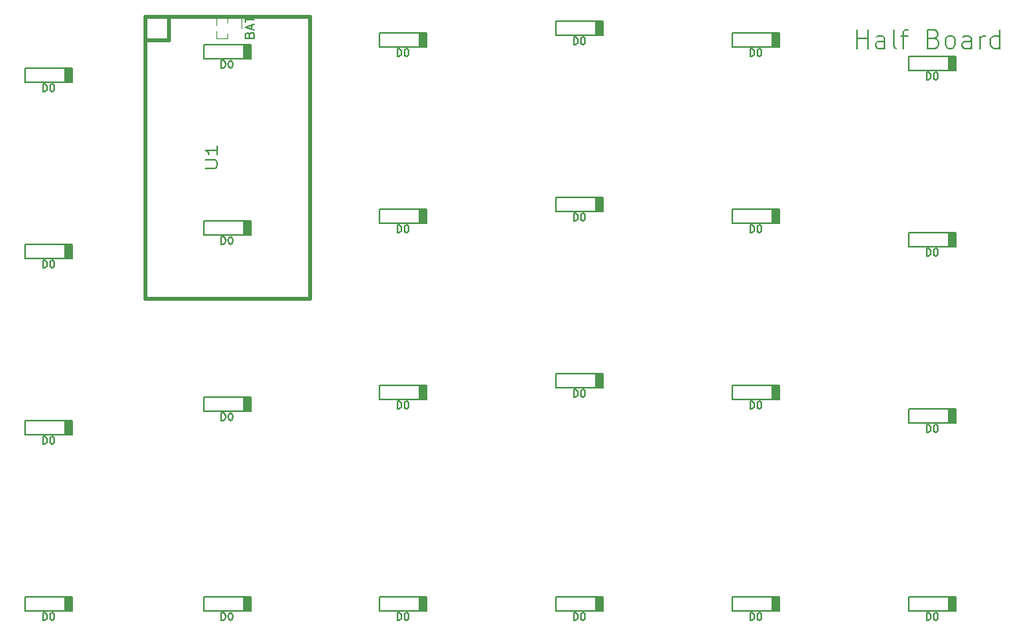
<source format=gbr>
%TF.GenerationSoftware,KiCad,Pcbnew,5.1.9*%
%TF.CreationDate,2021-01-06T03:20:38-06:00*%
%TF.ProjectId,halfboard,68616c66-626f-4617-9264-2e6b69636164,rev?*%
%TF.SameCoordinates,Original*%
%TF.FileFunction,Legend,Top*%
%TF.FilePolarity,Positive*%
%FSLAX46Y46*%
G04 Gerber Fmt 4.6, Leading zero omitted, Abs format (unit mm)*
G04 Created by KiCad (PCBNEW 5.1.9) date 2021-01-06 03:20:38*
%MOMM*%
%LPD*%
G01*
G04 APERTURE LIST*
%ADD10C,0.150000*%
%ADD11C,0.120000*%
%ADD12C,0.381000*%
%ADD13C,0.203200*%
G04 APERTURE END LIST*
D10*
X139653333Y-51704761D02*
X139653333Y-49704761D01*
X139653333Y-50657142D02*
X140796190Y-50657142D01*
X140796190Y-51704761D02*
X140796190Y-49704761D01*
X142605714Y-51704761D02*
X142605714Y-50657142D01*
X142510476Y-50466666D01*
X142320000Y-50371428D01*
X141939047Y-50371428D01*
X141748571Y-50466666D01*
X142605714Y-51609523D02*
X142415238Y-51704761D01*
X141939047Y-51704761D01*
X141748571Y-51609523D01*
X141653333Y-51419047D01*
X141653333Y-51228571D01*
X141748571Y-51038095D01*
X141939047Y-50942857D01*
X142415238Y-50942857D01*
X142605714Y-50847619D01*
X143843809Y-51704761D02*
X143653333Y-51609523D01*
X143558095Y-51419047D01*
X143558095Y-49704761D01*
X144320000Y-50371428D02*
X145081904Y-50371428D01*
X144605714Y-51704761D02*
X144605714Y-49990476D01*
X144700952Y-49800000D01*
X144891428Y-49704761D01*
X145081904Y-49704761D01*
X147939047Y-50657142D02*
X148224761Y-50752380D01*
X148320000Y-50847619D01*
X148415238Y-51038095D01*
X148415238Y-51323809D01*
X148320000Y-51514285D01*
X148224761Y-51609523D01*
X148034285Y-51704761D01*
X147272380Y-51704761D01*
X147272380Y-49704761D01*
X147939047Y-49704761D01*
X148129523Y-49800000D01*
X148224761Y-49895238D01*
X148320000Y-50085714D01*
X148320000Y-50276190D01*
X148224761Y-50466666D01*
X148129523Y-50561904D01*
X147939047Y-50657142D01*
X147272380Y-50657142D01*
X149558095Y-51704761D02*
X149367619Y-51609523D01*
X149272380Y-51514285D01*
X149177142Y-51323809D01*
X149177142Y-50752380D01*
X149272380Y-50561904D01*
X149367619Y-50466666D01*
X149558095Y-50371428D01*
X149843809Y-50371428D01*
X150034285Y-50466666D01*
X150129523Y-50561904D01*
X150224761Y-50752380D01*
X150224761Y-51323809D01*
X150129523Y-51514285D01*
X150034285Y-51609523D01*
X149843809Y-51704761D01*
X149558095Y-51704761D01*
X151939047Y-51704761D02*
X151939047Y-50657142D01*
X151843809Y-50466666D01*
X151653333Y-50371428D01*
X151272380Y-50371428D01*
X151081904Y-50466666D01*
X151939047Y-51609523D02*
X151748571Y-51704761D01*
X151272380Y-51704761D01*
X151081904Y-51609523D01*
X150986666Y-51419047D01*
X150986666Y-51228571D01*
X151081904Y-51038095D01*
X151272380Y-50942857D01*
X151748571Y-50942857D01*
X151939047Y-50847619D01*
X152891428Y-51704761D02*
X152891428Y-50371428D01*
X152891428Y-50752380D02*
X152986666Y-50561904D01*
X153081904Y-50466666D01*
X153272380Y-50371428D01*
X153462857Y-50371428D01*
X154986666Y-51704761D02*
X154986666Y-49704761D01*
X154986666Y-51609523D02*
X154796190Y-51704761D01*
X154415238Y-51704761D01*
X154224761Y-51609523D01*
X154129523Y-51514285D01*
X154034285Y-51323809D01*
X154034285Y-50752380D01*
X154129523Y-50561904D01*
X154224761Y-50466666D01*
X154415238Y-50371428D01*
X154796190Y-50371428D01*
X154986666Y-50466666D01*
D11*
%TO.C,BAT*%
X73150000Y-48420000D02*
X73150000Y-49530000D01*
X72390000Y-48420000D02*
X73150000Y-48420000D01*
X71630000Y-50093471D02*
X71630000Y-50640000D01*
X71630000Y-48420000D02*
X71630000Y-48966529D01*
X71630000Y-50640000D02*
X70425000Y-50640000D01*
X71630000Y-48420000D02*
X70425000Y-48420000D01*
X70425000Y-49837530D02*
X70425000Y-50640000D01*
X70425000Y-48420000D02*
X70425000Y-49222470D01*
D10*
%TO.C,D0*%
X145192303Y-54102000D02*
X150272303Y-54102000D01*
X150272303Y-54102000D02*
X150272303Y-52578000D01*
X150272303Y-52578000D02*
X145192303Y-52578000D01*
X145192303Y-52578000D02*
X145192303Y-54102000D01*
X145192303Y-54102000D02*
X145700303Y-54102000D01*
X149891303Y-54102000D02*
X149891303Y-52578000D01*
X150018303Y-52578000D02*
X150018303Y-54102000D01*
X150145303Y-54102000D02*
X150145303Y-52578000D01*
X149764303Y-52578000D02*
X149764303Y-54102000D01*
X149637303Y-54102000D02*
X149637303Y-52578000D01*
X149510303Y-54102000D02*
X149510303Y-52578000D01*
X145192303Y-73152000D02*
X150272303Y-73152000D01*
X150272303Y-73152000D02*
X150272303Y-71628000D01*
X150272303Y-71628000D02*
X145192303Y-71628000D01*
X145192303Y-71628000D02*
X145192303Y-73152000D01*
X145192303Y-73152000D02*
X145700303Y-73152000D01*
X149891303Y-73152000D02*
X149891303Y-71628000D01*
X150018303Y-71628000D02*
X150018303Y-73152000D01*
X150145303Y-73152000D02*
X150145303Y-71628000D01*
X149764303Y-71628000D02*
X149764303Y-73152000D01*
X149637303Y-73152000D02*
X149637303Y-71628000D01*
X149510303Y-73152000D02*
X149510303Y-71628000D01*
X145192303Y-92202000D02*
X150272303Y-92202000D01*
X150272303Y-92202000D02*
X150272303Y-90678000D01*
X150272303Y-90678000D02*
X145192303Y-90678000D01*
X145192303Y-90678000D02*
X145192303Y-92202000D01*
X145192303Y-92202000D02*
X145700303Y-92202000D01*
X149891303Y-92202000D02*
X149891303Y-90678000D01*
X150018303Y-90678000D02*
X150018303Y-92202000D01*
X150145303Y-92202000D02*
X150145303Y-90678000D01*
X149764303Y-90678000D02*
X149764303Y-92202000D01*
X149637303Y-92202000D02*
X149637303Y-90678000D01*
X149510303Y-92202000D02*
X149510303Y-90678000D01*
X145192303Y-112522000D02*
X150272303Y-112522000D01*
X150272303Y-112522000D02*
X150272303Y-110998000D01*
X150272303Y-110998000D02*
X145192303Y-110998000D01*
X145192303Y-110998000D02*
X145192303Y-112522000D01*
X145192303Y-112522000D02*
X145700303Y-112522000D01*
X149891303Y-112522000D02*
X149891303Y-110998000D01*
X150018303Y-110998000D02*
X150018303Y-112522000D01*
X150145303Y-112522000D02*
X150145303Y-110998000D01*
X149764303Y-110998000D02*
X149764303Y-112522000D01*
X149637303Y-112522000D02*
X149637303Y-110998000D01*
X149510303Y-112522000D02*
X149510303Y-110998000D01*
X126142303Y-112522000D02*
X131222303Y-112522000D01*
X131222303Y-112522000D02*
X131222303Y-110998000D01*
X131222303Y-110998000D02*
X126142303Y-110998000D01*
X126142303Y-110998000D02*
X126142303Y-112522000D01*
X126142303Y-112522000D02*
X126650303Y-112522000D01*
X130841303Y-112522000D02*
X130841303Y-110998000D01*
X130968303Y-110998000D02*
X130968303Y-112522000D01*
X131095303Y-112522000D02*
X131095303Y-110998000D01*
X130714303Y-110998000D02*
X130714303Y-112522000D01*
X130587303Y-112522000D02*
X130587303Y-110998000D01*
X130460303Y-112522000D02*
X130460303Y-110998000D01*
X107092303Y-112522000D02*
X112172303Y-112522000D01*
X112172303Y-112522000D02*
X112172303Y-110998000D01*
X112172303Y-110998000D02*
X107092303Y-110998000D01*
X107092303Y-110998000D02*
X107092303Y-112522000D01*
X107092303Y-112522000D02*
X107600303Y-112522000D01*
X111791303Y-112522000D02*
X111791303Y-110998000D01*
X111918303Y-110998000D02*
X111918303Y-112522000D01*
X112045303Y-112522000D02*
X112045303Y-110998000D01*
X111664303Y-110998000D02*
X111664303Y-112522000D01*
X111537303Y-112522000D02*
X111537303Y-110998000D01*
X111410303Y-112522000D02*
X111410303Y-110998000D01*
X88042303Y-112522000D02*
X93122303Y-112522000D01*
X93122303Y-112522000D02*
X93122303Y-110998000D01*
X93122303Y-110998000D02*
X88042303Y-110998000D01*
X88042303Y-110998000D02*
X88042303Y-112522000D01*
X88042303Y-112522000D02*
X88550303Y-112522000D01*
X92741303Y-112522000D02*
X92741303Y-110998000D01*
X92868303Y-110998000D02*
X92868303Y-112522000D01*
X92995303Y-112522000D02*
X92995303Y-110998000D01*
X92614303Y-110998000D02*
X92614303Y-112522000D01*
X92487303Y-112522000D02*
X92487303Y-110998000D01*
X92360303Y-112522000D02*
X92360303Y-110998000D01*
X126142303Y-89662000D02*
X131222303Y-89662000D01*
X131222303Y-89662000D02*
X131222303Y-88138000D01*
X131222303Y-88138000D02*
X126142303Y-88138000D01*
X126142303Y-88138000D02*
X126142303Y-89662000D01*
X126142303Y-89662000D02*
X126650303Y-89662000D01*
X130841303Y-89662000D02*
X130841303Y-88138000D01*
X130968303Y-88138000D02*
X130968303Y-89662000D01*
X131095303Y-89662000D02*
X131095303Y-88138000D01*
X130714303Y-88138000D02*
X130714303Y-89662000D01*
X130587303Y-89662000D02*
X130587303Y-88138000D01*
X130460303Y-89662000D02*
X130460303Y-88138000D01*
X126142303Y-70612000D02*
X131222303Y-70612000D01*
X131222303Y-70612000D02*
X131222303Y-69088000D01*
X131222303Y-69088000D02*
X126142303Y-69088000D01*
X126142303Y-69088000D02*
X126142303Y-70612000D01*
X126142303Y-70612000D02*
X126650303Y-70612000D01*
X130841303Y-70612000D02*
X130841303Y-69088000D01*
X130968303Y-69088000D02*
X130968303Y-70612000D01*
X131095303Y-70612000D02*
X131095303Y-69088000D01*
X130714303Y-69088000D02*
X130714303Y-70612000D01*
X130587303Y-70612000D02*
X130587303Y-69088000D01*
X130460303Y-70612000D02*
X130460303Y-69088000D01*
X126142303Y-51562000D02*
X131222303Y-51562000D01*
X131222303Y-51562000D02*
X131222303Y-50038000D01*
X131222303Y-50038000D02*
X126142303Y-50038000D01*
X126142303Y-50038000D02*
X126142303Y-51562000D01*
X126142303Y-51562000D02*
X126650303Y-51562000D01*
X130841303Y-51562000D02*
X130841303Y-50038000D01*
X130968303Y-50038000D02*
X130968303Y-51562000D01*
X131095303Y-51562000D02*
X131095303Y-50038000D01*
X130714303Y-50038000D02*
X130714303Y-51562000D01*
X130587303Y-51562000D02*
X130587303Y-50038000D01*
X130460303Y-51562000D02*
X130460303Y-50038000D01*
X107092303Y-50292000D02*
X112172303Y-50292000D01*
X112172303Y-50292000D02*
X112172303Y-48768000D01*
X112172303Y-48768000D02*
X107092303Y-48768000D01*
X107092303Y-48768000D02*
X107092303Y-50292000D01*
X107092303Y-50292000D02*
X107600303Y-50292000D01*
X111791303Y-50292000D02*
X111791303Y-48768000D01*
X111918303Y-48768000D02*
X111918303Y-50292000D01*
X112045303Y-50292000D02*
X112045303Y-48768000D01*
X111664303Y-48768000D02*
X111664303Y-50292000D01*
X111537303Y-50292000D02*
X111537303Y-48768000D01*
X111410303Y-50292000D02*
X111410303Y-48768000D01*
X107092303Y-69342000D02*
X112172303Y-69342000D01*
X112172303Y-69342000D02*
X112172303Y-67818000D01*
X112172303Y-67818000D02*
X107092303Y-67818000D01*
X107092303Y-67818000D02*
X107092303Y-69342000D01*
X107092303Y-69342000D02*
X107600303Y-69342000D01*
X111791303Y-69342000D02*
X111791303Y-67818000D01*
X111918303Y-67818000D02*
X111918303Y-69342000D01*
X112045303Y-69342000D02*
X112045303Y-67818000D01*
X111664303Y-67818000D02*
X111664303Y-69342000D01*
X111537303Y-69342000D02*
X111537303Y-67818000D01*
X111410303Y-69342000D02*
X111410303Y-67818000D01*
X107092303Y-88392000D02*
X112172303Y-88392000D01*
X112172303Y-88392000D02*
X112172303Y-86868000D01*
X112172303Y-86868000D02*
X107092303Y-86868000D01*
X107092303Y-86868000D02*
X107092303Y-88392000D01*
X107092303Y-88392000D02*
X107600303Y-88392000D01*
X111791303Y-88392000D02*
X111791303Y-86868000D01*
X111918303Y-86868000D02*
X111918303Y-88392000D01*
X112045303Y-88392000D02*
X112045303Y-86868000D01*
X111664303Y-86868000D02*
X111664303Y-88392000D01*
X111537303Y-88392000D02*
X111537303Y-86868000D01*
X111410303Y-88392000D02*
X111410303Y-86868000D01*
X88042303Y-89662000D02*
X93122303Y-89662000D01*
X93122303Y-89662000D02*
X93122303Y-88138000D01*
X93122303Y-88138000D02*
X88042303Y-88138000D01*
X88042303Y-88138000D02*
X88042303Y-89662000D01*
X88042303Y-89662000D02*
X88550303Y-89662000D01*
X92741303Y-89662000D02*
X92741303Y-88138000D01*
X92868303Y-88138000D02*
X92868303Y-89662000D01*
X92995303Y-89662000D02*
X92995303Y-88138000D01*
X92614303Y-88138000D02*
X92614303Y-89662000D01*
X92487303Y-89662000D02*
X92487303Y-88138000D01*
X92360303Y-89662000D02*
X92360303Y-88138000D01*
X88042303Y-70612000D02*
X93122303Y-70612000D01*
X93122303Y-70612000D02*
X93122303Y-69088000D01*
X93122303Y-69088000D02*
X88042303Y-69088000D01*
X88042303Y-69088000D02*
X88042303Y-70612000D01*
X88042303Y-70612000D02*
X88550303Y-70612000D01*
X92741303Y-70612000D02*
X92741303Y-69088000D01*
X92868303Y-69088000D02*
X92868303Y-70612000D01*
X92995303Y-70612000D02*
X92995303Y-69088000D01*
X92614303Y-69088000D02*
X92614303Y-70612000D01*
X92487303Y-70612000D02*
X92487303Y-69088000D01*
X92360303Y-70612000D02*
X92360303Y-69088000D01*
X88042303Y-51562000D02*
X93122303Y-51562000D01*
X93122303Y-51562000D02*
X93122303Y-50038000D01*
X93122303Y-50038000D02*
X88042303Y-50038000D01*
X88042303Y-50038000D02*
X88042303Y-51562000D01*
X88042303Y-51562000D02*
X88550303Y-51562000D01*
X92741303Y-51562000D02*
X92741303Y-50038000D01*
X92868303Y-50038000D02*
X92868303Y-51562000D01*
X92995303Y-51562000D02*
X92995303Y-50038000D01*
X92614303Y-50038000D02*
X92614303Y-51562000D01*
X92487303Y-51562000D02*
X92487303Y-50038000D01*
X92360303Y-51562000D02*
X92360303Y-50038000D01*
X69049231Y-52832000D02*
X74129231Y-52832000D01*
X74129231Y-52832000D02*
X74129231Y-51308000D01*
X74129231Y-51308000D02*
X69049231Y-51308000D01*
X69049231Y-51308000D02*
X69049231Y-52832000D01*
X69049231Y-52832000D02*
X69557231Y-52832000D01*
X73748231Y-52832000D02*
X73748231Y-51308000D01*
X73875231Y-51308000D02*
X73875231Y-52832000D01*
X74002231Y-52832000D02*
X74002231Y-51308000D01*
X73621231Y-51308000D02*
X73621231Y-52832000D01*
X73494231Y-52832000D02*
X73494231Y-51308000D01*
X73367231Y-52832000D02*
X73367231Y-51308000D01*
X69049231Y-71882000D02*
X74129231Y-71882000D01*
X74129231Y-71882000D02*
X74129231Y-70358000D01*
X74129231Y-70358000D02*
X69049231Y-70358000D01*
X69049231Y-70358000D02*
X69049231Y-71882000D01*
X69049231Y-71882000D02*
X69557231Y-71882000D01*
X73748231Y-71882000D02*
X73748231Y-70358000D01*
X73875231Y-70358000D02*
X73875231Y-71882000D01*
X74002231Y-71882000D02*
X74002231Y-70358000D01*
X73621231Y-70358000D02*
X73621231Y-71882000D01*
X73494231Y-71882000D02*
X73494231Y-70358000D01*
X73367231Y-71882000D02*
X73367231Y-70358000D01*
X69049231Y-90932000D02*
X74129231Y-90932000D01*
X74129231Y-90932000D02*
X74129231Y-89408000D01*
X74129231Y-89408000D02*
X69049231Y-89408000D01*
X69049231Y-89408000D02*
X69049231Y-90932000D01*
X69049231Y-90932000D02*
X69557231Y-90932000D01*
X73748231Y-90932000D02*
X73748231Y-89408000D01*
X73875231Y-89408000D02*
X73875231Y-90932000D01*
X74002231Y-90932000D02*
X74002231Y-89408000D01*
X73621231Y-89408000D02*
X73621231Y-90932000D01*
X73494231Y-90932000D02*
X73494231Y-89408000D01*
X73367231Y-90932000D02*
X73367231Y-89408000D01*
X69049231Y-112522000D02*
X74129231Y-112522000D01*
X74129231Y-112522000D02*
X74129231Y-110998000D01*
X74129231Y-110998000D02*
X69049231Y-110998000D01*
X69049231Y-110998000D02*
X69049231Y-112522000D01*
X69049231Y-112522000D02*
X69557231Y-112522000D01*
X73748231Y-112522000D02*
X73748231Y-110998000D01*
X73875231Y-110998000D02*
X73875231Y-112522000D01*
X74002231Y-112522000D02*
X74002231Y-110998000D01*
X73621231Y-110998000D02*
X73621231Y-112522000D01*
X73494231Y-112522000D02*
X73494231Y-110998000D01*
X73367231Y-112522000D02*
X73367231Y-110998000D01*
X49784000Y-112522000D02*
X54864000Y-112522000D01*
X54864000Y-112522000D02*
X54864000Y-110998000D01*
X54864000Y-110998000D02*
X49784000Y-110998000D01*
X49784000Y-110998000D02*
X49784000Y-112522000D01*
X49784000Y-112522000D02*
X50292000Y-112522000D01*
X54483000Y-112522000D02*
X54483000Y-110998000D01*
X54610000Y-110998000D02*
X54610000Y-112522000D01*
X54737000Y-112522000D02*
X54737000Y-110998000D01*
X54356000Y-110998000D02*
X54356000Y-112522000D01*
X54229000Y-112522000D02*
X54229000Y-110998000D01*
X54102000Y-112522000D02*
X54102000Y-110998000D01*
X49784000Y-93472000D02*
X54864000Y-93472000D01*
X54864000Y-93472000D02*
X54864000Y-91948000D01*
X54864000Y-91948000D02*
X49784000Y-91948000D01*
X49784000Y-91948000D02*
X49784000Y-93472000D01*
X49784000Y-93472000D02*
X50292000Y-93472000D01*
X54483000Y-93472000D02*
X54483000Y-91948000D01*
X54610000Y-91948000D02*
X54610000Y-93472000D01*
X54737000Y-93472000D02*
X54737000Y-91948000D01*
X54356000Y-91948000D02*
X54356000Y-93472000D01*
X54229000Y-93472000D02*
X54229000Y-91948000D01*
X54102000Y-93472000D02*
X54102000Y-91948000D01*
X49784000Y-74422000D02*
X54864000Y-74422000D01*
X54864000Y-74422000D02*
X54864000Y-72898000D01*
X54864000Y-72898000D02*
X49784000Y-72898000D01*
X49784000Y-72898000D02*
X49784000Y-74422000D01*
X49784000Y-74422000D02*
X50292000Y-74422000D01*
X54483000Y-74422000D02*
X54483000Y-72898000D01*
X54610000Y-72898000D02*
X54610000Y-74422000D01*
X54737000Y-74422000D02*
X54737000Y-72898000D01*
X54356000Y-72898000D02*
X54356000Y-74422000D01*
X54229000Y-74422000D02*
X54229000Y-72898000D01*
X54102000Y-74422000D02*
X54102000Y-72898000D01*
X49784000Y-55372000D02*
X54864000Y-55372000D01*
X54864000Y-55372000D02*
X54864000Y-53848000D01*
X54864000Y-53848000D02*
X49784000Y-53848000D01*
X49784000Y-53848000D02*
X49784000Y-55372000D01*
X49784000Y-55372000D02*
X50292000Y-55372000D01*
X54483000Y-55372000D02*
X54483000Y-53848000D01*
X54610000Y-53848000D02*
X54610000Y-55372000D01*
X54737000Y-55372000D02*
X54737000Y-53848000D01*
X54356000Y-53848000D02*
X54356000Y-55372000D01*
X54229000Y-55372000D02*
X54229000Y-53848000D01*
X54102000Y-55372000D02*
X54102000Y-53848000D01*
D12*
%TO.C,U1*%
X80479231Y-48260000D02*
X62699231Y-48260000D01*
X62699231Y-48260000D02*
X62699231Y-78740000D01*
X62699231Y-78740000D02*
X80479231Y-78740000D01*
X80479231Y-78740000D02*
X80479231Y-48260000D01*
X65239231Y-48260000D02*
X65239231Y-50800000D01*
X65239231Y-50800000D02*
X62699231Y-50800000D01*
%TO.C,BAT*%
D10*
X74013571Y-50268095D02*
X74061190Y-50125238D01*
X74108809Y-50077619D01*
X74204047Y-50030000D01*
X74346904Y-50030000D01*
X74442142Y-50077619D01*
X74489761Y-50125238D01*
X74537380Y-50220476D01*
X74537380Y-50601428D01*
X73537380Y-50601428D01*
X73537380Y-50268095D01*
X73585000Y-50172857D01*
X73632619Y-50125238D01*
X73727857Y-50077619D01*
X73823095Y-50077619D01*
X73918333Y-50125238D01*
X73965952Y-50172857D01*
X74013571Y-50268095D01*
X74013571Y-50601428D01*
X74251666Y-49649047D02*
X74251666Y-49172857D01*
X74537380Y-49744285D02*
X73537380Y-49410952D01*
X74537380Y-49077619D01*
X73537380Y-48887142D02*
X73537380Y-48315714D01*
X74537380Y-48601428D02*
X73537380Y-48601428D01*
%TO.C,D0*%
X147116426Y-55101904D02*
X147116426Y-54301904D01*
X147306903Y-54301904D01*
X147421188Y-54340000D01*
X147497379Y-54416190D01*
X147535474Y-54492380D01*
X147573569Y-54644761D01*
X147573569Y-54759047D01*
X147535474Y-54911428D01*
X147497379Y-54987619D01*
X147421188Y-55063809D01*
X147306903Y-55101904D01*
X147116426Y-55101904D01*
X148068807Y-54301904D02*
X148144998Y-54301904D01*
X148221188Y-54340000D01*
X148259283Y-54378095D01*
X148297379Y-54454285D01*
X148335474Y-54606666D01*
X148335474Y-54797142D01*
X148297379Y-54949523D01*
X148259283Y-55025714D01*
X148221188Y-55063809D01*
X148144998Y-55101904D01*
X148068807Y-55101904D01*
X147992617Y-55063809D01*
X147954522Y-55025714D01*
X147916426Y-54949523D01*
X147878331Y-54797142D01*
X147878331Y-54606666D01*
X147916426Y-54454285D01*
X147954522Y-54378095D01*
X147992617Y-54340000D01*
X148068807Y-54301904D01*
X147116426Y-74151904D02*
X147116426Y-73351904D01*
X147306903Y-73351904D01*
X147421188Y-73390000D01*
X147497379Y-73466190D01*
X147535474Y-73542380D01*
X147573569Y-73694761D01*
X147573569Y-73809047D01*
X147535474Y-73961428D01*
X147497379Y-74037619D01*
X147421188Y-74113809D01*
X147306903Y-74151904D01*
X147116426Y-74151904D01*
X148068807Y-73351904D02*
X148144998Y-73351904D01*
X148221188Y-73390000D01*
X148259283Y-73428095D01*
X148297379Y-73504285D01*
X148335474Y-73656666D01*
X148335474Y-73847142D01*
X148297379Y-73999523D01*
X148259283Y-74075714D01*
X148221188Y-74113809D01*
X148144998Y-74151904D01*
X148068807Y-74151904D01*
X147992617Y-74113809D01*
X147954522Y-74075714D01*
X147916426Y-73999523D01*
X147878331Y-73847142D01*
X147878331Y-73656666D01*
X147916426Y-73504285D01*
X147954522Y-73428095D01*
X147992617Y-73390000D01*
X148068807Y-73351904D01*
X147116426Y-93201904D02*
X147116426Y-92401904D01*
X147306903Y-92401904D01*
X147421188Y-92440000D01*
X147497379Y-92516190D01*
X147535474Y-92592380D01*
X147573569Y-92744761D01*
X147573569Y-92859047D01*
X147535474Y-93011428D01*
X147497379Y-93087619D01*
X147421188Y-93163809D01*
X147306903Y-93201904D01*
X147116426Y-93201904D01*
X148068807Y-92401904D02*
X148144998Y-92401904D01*
X148221188Y-92440000D01*
X148259283Y-92478095D01*
X148297379Y-92554285D01*
X148335474Y-92706666D01*
X148335474Y-92897142D01*
X148297379Y-93049523D01*
X148259283Y-93125714D01*
X148221188Y-93163809D01*
X148144998Y-93201904D01*
X148068807Y-93201904D01*
X147992617Y-93163809D01*
X147954522Y-93125714D01*
X147916426Y-93049523D01*
X147878331Y-92897142D01*
X147878331Y-92706666D01*
X147916426Y-92554285D01*
X147954522Y-92478095D01*
X147992617Y-92440000D01*
X148068807Y-92401904D01*
X147116426Y-113521904D02*
X147116426Y-112721904D01*
X147306903Y-112721904D01*
X147421188Y-112760000D01*
X147497379Y-112836190D01*
X147535474Y-112912380D01*
X147573569Y-113064761D01*
X147573569Y-113179047D01*
X147535474Y-113331428D01*
X147497379Y-113407619D01*
X147421188Y-113483809D01*
X147306903Y-113521904D01*
X147116426Y-113521904D01*
X148068807Y-112721904D02*
X148144998Y-112721904D01*
X148221188Y-112760000D01*
X148259283Y-112798095D01*
X148297379Y-112874285D01*
X148335474Y-113026666D01*
X148335474Y-113217142D01*
X148297379Y-113369523D01*
X148259283Y-113445714D01*
X148221188Y-113483809D01*
X148144998Y-113521904D01*
X148068807Y-113521904D01*
X147992617Y-113483809D01*
X147954522Y-113445714D01*
X147916426Y-113369523D01*
X147878331Y-113217142D01*
X147878331Y-113026666D01*
X147916426Y-112874285D01*
X147954522Y-112798095D01*
X147992617Y-112760000D01*
X148068807Y-112721904D01*
X128066426Y-113521904D02*
X128066426Y-112721904D01*
X128256903Y-112721904D01*
X128371188Y-112760000D01*
X128447379Y-112836190D01*
X128485474Y-112912380D01*
X128523569Y-113064761D01*
X128523569Y-113179047D01*
X128485474Y-113331428D01*
X128447379Y-113407619D01*
X128371188Y-113483809D01*
X128256903Y-113521904D01*
X128066426Y-113521904D01*
X129018807Y-112721904D02*
X129094998Y-112721904D01*
X129171188Y-112760000D01*
X129209283Y-112798095D01*
X129247379Y-112874285D01*
X129285474Y-113026666D01*
X129285474Y-113217142D01*
X129247379Y-113369523D01*
X129209283Y-113445714D01*
X129171188Y-113483809D01*
X129094998Y-113521904D01*
X129018807Y-113521904D01*
X128942617Y-113483809D01*
X128904522Y-113445714D01*
X128866426Y-113369523D01*
X128828331Y-113217142D01*
X128828331Y-113026666D01*
X128866426Y-112874285D01*
X128904522Y-112798095D01*
X128942617Y-112760000D01*
X129018807Y-112721904D01*
X109016426Y-113521904D02*
X109016426Y-112721904D01*
X109206903Y-112721904D01*
X109321188Y-112760000D01*
X109397379Y-112836190D01*
X109435474Y-112912380D01*
X109473569Y-113064761D01*
X109473569Y-113179047D01*
X109435474Y-113331428D01*
X109397379Y-113407619D01*
X109321188Y-113483809D01*
X109206903Y-113521904D01*
X109016426Y-113521904D01*
X109968807Y-112721904D02*
X110044998Y-112721904D01*
X110121188Y-112760000D01*
X110159283Y-112798095D01*
X110197379Y-112874285D01*
X110235474Y-113026666D01*
X110235474Y-113217142D01*
X110197379Y-113369523D01*
X110159283Y-113445714D01*
X110121188Y-113483809D01*
X110044998Y-113521904D01*
X109968807Y-113521904D01*
X109892617Y-113483809D01*
X109854522Y-113445714D01*
X109816426Y-113369523D01*
X109778331Y-113217142D01*
X109778331Y-113026666D01*
X109816426Y-112874285D01*
X109854522Y-112798095D01*
X109892617Y-112760000D01*
X109968807Y-112721904D01*
X89966426Y-113521904D02*
X89966426Y-112721904D01*
X90156903Y-112721904D01*
X90271188Y-112760000D01*
X90347379Y-112836190D01*
X90385474Y-112912380D01*
X90423569Y-113064761D01*
X90423569Y-113179047D01*
X90385474Y-113331428D01*
X90347379Y-113407619D01*
X90271188Y-113483809D01*
X90156903Y-113521904D01*
X89966426Y-113521904D01*
X90918807Y-112721904D02*
X90994998Y-112721904D01*
X91071188Y-112760000D01*
X91109283Y-112798095D01*
X91147379Y-112874285D01*
X91185474Y-113026666D01*
X91185474Y-113217142D01*
X91147379Y-113369523D01*
X91109283Y-113445714D01*
X91071188Y-113483809D01*
X90994998Y-113521904D01*
X90918807Y-113521904D01*
X90842617Y-113483809D01*
X90804522Y-113445714D01*
X90766426Y-113369523D01*
X90728331Y-113217142D01*
X90728331Y-113026666D01*
X90766426Y-112874285D01*
X90804522Y-112798095D01*
X90842617Y-112760000D01*
X90918807Y-112721904D01*
X128066426Y-90661904D02*
X128066426Y-89861904D01*
X128256903Y-89861904D01*
X128371188Y-89900000D01*
X128447379Y-89976190D01*
X128485474Y-90052380D01*
X128523569Y-90204761D01*
X128523569Y-90319047D01*
X128485474Y-90471428D01*
X128447379Y-90547619D01*
X128371188Y-90623809D01*
X128256903Y-90661904D01*
X128066426Y-90661904D01*
X129018807Y-89861904D02*
X129094998Y-89861904D01*
X129171188Y-89900000D01*
X129209283Y-89938095D01*
X129247379Y-90014285D01*
X129285474Y-90166666D01*
X129285474Y-90357142D01*
X129247379Y-90509523D01*
X129209283Y-90585714D01*
X129171188Y-90623809D01*
X129094998Y-90661904D01*
X129018807Y-90661904D01*
X128942617Y-90623809D01*
X128904522Y-90585714D01*
X128866426Y-90509523D01*
X128828331Y-90357142D01*
X128828331Y-90166666D01*
X128866426Y-90014285D01*
X128904522Y-89938095D01*
X128942617Y-89900000D01*
X129018807Y-89861904D01*
X128066426Y-71611904D02*
X128066426Y-70811904D01*
X128256903Y-70811904D01*
X128371188Y-70850000D01*
X128447379Y-70926190D01*
X128485474Y-71002380D01*
X128523569Y-71154761D01*
X128523569Y-71269047D01*
X128485474Y-71421428D01*
X128447379Y-71497619D01*
X128371188Y-71573809D01*
X128256903Y-71611904D01*
X128066426Y-71611904D01*
X129018807Y-70811904D02*
X129094998Y-70811904D01*
X129171188Y-70850000D01*
X129209283Y-70888095D01*
X129247379Y-70964285D01*
X129285474Y-71116666D01*
X129285474Y-71307142D01*
X129247379Y-71459523D01*
X129209283Y-71535714D01*
X129171188Y-71573809D01*
X129094998Y-71611904D01*
X129018807Y-71611904D01*
X128942617Y-71573809D01*
X128904522Y-71535714D01*
X128866426Y-71459523D01*
X128828331Y-71307142D01*
X128828331Y-71116666D01*
X128866426Y-70964285D01*
X128904522Y-70888095D01*
X128942617Y-70850000D01*
X129018807Y-70811904D01*
X128066426Y-52561904D02*
X128066426Y-51761904D01*
X128256903Y-51761904D01*
X128371188Y-51800000D01*
X128447379Y-51876190D01*
X128485474Y-51952380D01*
X128523569Y-52104761D01*
X128523569Y-52219047D01*
X128485474Y-52371428D01*
X128447379Y-52447619D01*
X128371188Y-52523809D01*
X128256903Y-52561904D01*
X128066426Y-52561904D01*
X129018807Y-51761904D02*
X129094998Y-51761904D01*
X129171188Y-51800000D01*
X129209283Y-51838095D01*
X129247379Y-51914285D01*
X129285474Y-52066666D01*
X129285474Y-52257142D01*
X129247379Y-52409523D01*
X129209283Y-52485714D01*
X129171188Y-52523809D01*
X129094998Y-52561904D01*
X129018807Y-52561904D01*
X128942617Y-52523809D01*
X128904522Y-52485714D01*
X128866426Y-52409523D01*
X128828331Y-52257142D01*
X128828331Y-52066666D01*
X128866426Y-51914285D01*
X128904522Y-51838095D01*
X128942617Y-51800000D01*
X129018807Y-51761904D01*
X109016426Y-51291904D02*
X109016426Y-50491904D01*
X109206903Y-50491904D01*
X109321188Y-50530000D01*
X109397379Y-50606190D01*
X109435474Y-50682380D01*
X109473569Y-50834761D01*
X109473569Y-50949047D01*
X109435474Y-51101428D01*
X109397379Y-51177619D01*
X109321188Y-51253809D01*
X109206903Y-51291904D01*
X109016426Y-51291904D01*
X109968807Y-50491904D02*
X110044998Y-50491904D01*
X110121188Y-50530000D01*
X110159283Y-50568095D01*
X110197379Y-50644285D01*
X110235474Y-50796666D01*
X110235474Y-50987142D01*
X110197379Y-51139523D01*
X110159283Y-51215714D01*
X110121188Y-51253809D01*
X110044998Y-51291904D01*
X109968807Y-51291904D01*
X109892617Y-51253809D01*
X109854522Y-51215714D01*
X109816426Y-51139523D01*
X109778331Y-50987142D01*
X109778331Y-50796666D01*
X109816426Y-50644285D01*
X109854522Y-50568095D01*
X109892617Y-50530000D01*
X109968807Y-50491904D01*
X109016426Y-70341904D02*
X109016426Y-69541904D01*
X109206903Y-69541904D01*
X109321188Y-69580000D01*
X109397379Y-69656190D01*
X109435474Y-69732380D01*
X109473569Y-69884761D01*
X109473569Y-69999047D01*
X109435474Y-70151428D01*
X109397379Y-70227619D01*
X109321188Y-70303809D01*
X109206903Y-70341904D01*
X109016426Y-70341904D01*
X109968807Y-69541904D02*
X110044998Y-69541904D01*
X110121188Y-69580000D01*
X110159283Y-69618095D01*
X110197379Y-69694285D01*
X110235474Y-69846666D01*
X110235474Y-70037142D01*
X110197379Y-70189523D01*
X110159283Y-70265714D01*
X110121188Y-70303809D01*
X110044998Y-70341904D01*
X109968807Y-70341904D01*
X109892617Y-70303809D01*
X109854522Y-70265714D01*
X109816426Y-70189523D01*
X109778331Y-70037142D01*
X109778331Y-69846666D01*
X109816426Y-69694285D01*
X109854522Y-69618095D01*
X109892617Y-69580000D01*
X109968807Y-69541904D01*
X109016426Y-89391904D02*
X109016426Y-88591904D01*
X109206903Y-88591904D01*
X109321188Y-88630000D01*
X109397379Y-88706190D01*
X109435474Y-88782380D01*
X109473569Y-88934761D01*
X109473569Y-89049047D01*
X109435474Y-89201428D01*
X109397379Y-89277619D01*
X109321188Y-89353809D01*
X109206903Y-89391904D01*
X109016426Y-89391904D01*
X109968807Y-88591904D02*
X110044998Y-88591904D01*
X110121188Y-88630000D01*
X110159283Y-88668095D01*
X110197379Y-88744285D01*
X110235474Y-88896666D01*
X110235474Y-89087142D01*
X110197379Y-89239523D01*
X110159283Y-89315714D01*
X110121188Y-89353809D01*
X110044998Y-89391904D01*
X109968807Y-89391904D01*
X109892617Y-89353809D01*
X109854522Y-89315714D01*
X109816426Y-89239523D01*
X109778331Y-89087142D01*
X109778331Y-88896666D01*
X109816426Y-88744285D01*
X109854522Y-88668095D01*
X109892617Y-88630000D01*
X109968807Y-88591904D01*
X89966426Y-90661904D02*
X89966426Y-89861904D01*
X90156903Y-89861904D01*
X90271188Y-89900000D01*
X90347379Y-89976190D01*
X90385474Y-90052380D01*
X90423569Y-90204761D01*
X90423569Y-90319047D01*
X90385474Y-90471428D01*
X90347379Y-90547619D01*
X90271188Y-90623809D01*
X90156903Y-90661904D01*
X89966426Y-90661904D01*
X90918807Y-89861904D02*
X90994998Y-89861904D01*
X91071188Y-89900000D01*
X91109283Y-89938095D01*
X91147379Y-90014285D01*
X91185474Y-90166666D01*
X91185474Y-90357142D01*
X91147379Y-90509523D01*
X91109283Y-90585714D01*
X91071188Y-90623809D01*
X90994998Y-90661904D01*
X90918807Y-90661904D01*
X90842617Y-90623809D01*
X90804522Y-90585714D01*
X90766426Y-90509523D01*
X90728331Y-90357142D01*
X90728331Y-90166666D01*
X90766426Y-90014285D01*
X90804522Y-89938095D01*
X90842617Y-89900000D01*
X90918807Y-89861904D01*
X89966426Y-71611904D02*
X89966426Y-70811904D01*
X90156903Y-70811904D01*
X90271188Y-70850000D01*
X90347379Y-70926190D01*
X90385474Y-71002380D01*
X90423569Y-71154761D01*
X90423569Y-71269047D01*
X90385474Y-71421428D01*
X90347379Y-71497619D01*
X90271188Y-71573809D01*
X90156903Y-71611904D01*
X89966426Y-71611904D01*
X90918807Y-70811904D02*
X90994998Y-70811904D01*
X91071188Y-70850000D01*
X91109283Y-70888095D01*
X91147379Y-70964285D01*
X91185474Y-71116666D01*
X91185474Y-71307142D01*
X91147379Y-71459523D01*
X91109283Y-71535714D01*
X91071188Y-71573809D01*
X90994998Y-71611904D01*
X90918807Y-71611904D01*
X90842617Y-71573809D01*
X90804522Y-71535714D01*
X90766426Y-71459523D01*
X90728331Y-71307142D01*
X90728331Y-71116666D01*
X90766426Y-70964285D01*
X90804522Y-70888095D01*
X90842617Y-70850000D01*
X90918807Y-70811904D01*
X89966426Y-52561904D02*
X89966426Y-51761904D01*
X90156903Y-51761904D01*
X90271188Y-51800000D01*
X90347379Y-51876190D01*
X90385474Y-51952380D01*
X90423569Y-52104761D01*
X90423569Y-52219047D01*
X90385474Y-52371428D01*
X90347379Y-52447619D01*
X90271188Y-52523809D01*
X90156903Y-52561904D01*
X89966426Y-52561904D01*
X90918807Y-51761904D02*
X90994998Y-51761904D01*
X91071188Y-51800000D01*
X91109283Y-51838095D01*
X91147379Y-51914285D01*
X91185474Y-52066666D01*
X91185474Y-52257142D01*
X91147379Y-52409523D01*
X91109283Y-52485714D01*
X91071188Y-52523809D01*
X90994998Y-52561904D01*
X90918807Y-52561904D01*
X90842617Y-52523809D01*
X90804522Y-52485714D01*
X90766426Y-52409523D01*
X90728331Y-52257142D01*
X90728331Y-52066666D01*
X90766426Y-51914285D01*
X90804522Y-51838095D01*
X90842617Y-51800000D01*
X90918807Y-51761904D01*
X70973354Y-53831904D02*
X70973354Y-53031904D01*
X71163831Y-53031904D01*
X71278116Y-53070000D01*
X71354307Y-53146190D01*
X71392402Y-53222380D01*
X71430497Y-53374761D01*
X71430497Y-53489047D01*
X71392402Y-53641428D01*
X71354307Y-53717619D01*
X71278116Y-53793809D01*
X71163831Y-53831904D01*
X70973354Y-53831904D01*
X71925735Y-53031904D02*
X72001926Y-53031904D01*
X72078116Y-53070000D01*
X72116211Y-53108095D01*
X72154307Y-53184285D01*
X72192402Y-53336666D01*
X72192402Y-53527142D01*
X72154307Y-53679523D01*
X72116211Y-53755714D01*
X72078116Y-53793809D01*
X72001926Y-53831904D01*
X71925735Y-53831904D01*
X71849545Y-53793809D01*
X71811450Y-53755714D01*
X71773354Y-53679523D01*
X71735259Y-53527142D01*
X71735259Y-53336666D01*
X71773354Y-53184285D01*
X71811450Y-53108095D01*
X71849545Y-53070000D01*
X71925735Y-53031904D01*
X70973354Y-72881904D02*
X70973354Y-72081904D01*
X71163831Y-72081904D01*
X71278116Y-72120000D01*
X71354307Y-72196190D01*
X71392402Y-72272380D01*
X71430497Y-72424761D01*
X71430497Y-72539047D01*
X71392402Y-72691428D01*
X71354307Y-72767619D01*
X71278116Y-72843809D01*
X71163831Y-72881904D01*
X70973354Y-72881904D01*
X71925735Y-72081904D02*
X72001926Y-72081904D01*
X72078116Y-72120000D01*
X72116211Y-72158095D01*
X72154307Y-72234285D01*
X72192402Y-72386666D01*
X72192402Y-72577142D01*
X72154307Y-72729523D01*
X72116211Y-72805714D01*
X72078116Y-72843809D01*
X72001926Y-72881904D01*
X71925735Y-72881904D01*
X71849545Y-72843809D01*
X71811450Y-72805714D01*
X71773354Y-72729523D01*
X71735259Y-72577142D01*
X71735259Y-72386666D01*
X71773354Y-72234285D01*
X71811450Y-72158095D01*
X71849545Y-72120000D01*
X71925735Y-72081904D01*
X70973354Y-91931904D02*
X70973354Y-91131904D01*
X71163831Y-91131904D01*
X71278116Y-91170000D01*
X71354307Y-91246190D01*
X71392402Y-91322380D01*
X71430497Y-91474761D01*
X71430497Y-91589047D01*
X71392402Y-91741428D01*
X71354307Y-91817619D01*
X71278116Y-91893809D01*
X71163831Y-91931904D01*
X70973354Y-91931904D01*
X71925735Y-91131904D02*
X72001926Y-91131904D01*
X72078116Y-91170000D01*
X72116211Y-91208095D01*
X72154307Y-91284285D01*
X72192402Y-91436666D01*
X72192402Y-91627142D01*
X72154307Y-91779523D01*
X72116211Y-91855714D01*
X72078116Y-91893809D01*
X72001926Y-91931904D01*
X71925735Y-91931904D01*
X71849545Y-91893809D01*
X71811450Y-91855714D01*
X71773354Y-91779523D01*
X71735259Y-91627142D01*
X71735259Y-91436666D01*
X71773354Y-91284285D01*
X71811450Y-91208095D01*
X71849545Y-91170000D01*
X71925735Y-91131904D01*
X70973354Y-113521904D02*
X70973354Y-112721904D01*
X71163831Y-112721904D01*
X71278116Y-112760000D01*
X71354307Y-112836190D01*
X71392402Y-112912380D01*
X71430497Y-113064761D01*
X71430497Y-113179047D01*
X71392402Y-113331428D01*
X71354307Y-113407619D01*
X71278116Y-113483809D01*
X71163831Y-113521904D01*
X70973354Y-113521904D01*
X71925735Y-112721904D02*
X72001926Y-112721904D01*
X72078116Y-112760000D01*
X72116211Y-112798095D01*
X72154307Y-112874285D01*
X72192402Y-113026666D01*
X72192402Y-113217142D01*
X72154307Y-113369523D01*
X72116211Y-113445714D01*
X72078116Y-113483809D01*
X72001926Y-113521904D01*
X71925735Y-113521904D01*
X71849545Y-113483809D01*
X71811450Y-113445714D01*
X71773354Y-113369523D01*
X71735259Y-113217142D01*
X71735259Y-113026666D01*
X71773354Y-112874285D01*
X71811450Y-112798095D01*
X71849545Y-112760000D01*
X71925735Y-112721904D01*
X51708123Y-113521904D02*
X51708123Y-112721904D01*
X51898600Y-112721904D01*
X52012885Y-112760000D01*
X52089076Y-112836190D01*
X52127171Y-112912380D01*
X52165266Y-113064761D01*
X52165266Y-113179047D01*
X52127171Y-113331428D01*
X52089076Y-113407619D01*
X52012885Y-113483809D01*
X51898600Y-113521904D01*
X51708123Y-113521904D01*
X52660504Y-112721904D02*
X52736695Y-112721904D01*
X52812885Y-112760000D01*
X52850980Y-112798095D01*
X52889076Y-112874285D01*
X52927171Y-113026666D01*
X52927171Y-113217142D01*
X52889076Y-113369523D01*
X52850980Y-113445714D01*
X52812885Y-113483809D01*
X52736695Y-113521904D01*
X52660504Y-113521904D01*
X52584314Y-113483809D01*
X52546219Y-113445714D01*
X52508123Y-113369523D01*
X52470028Y-113217142D01*
X52470028Y-113026666D01*
X52508123Y-112874285D01*
X52546219Y-112798095D01*
X52584314Y-112760000D01*
X52660504Y-112721904D01*
X51708123Y-94471904D02*
X51708123Y-93671904D01*
X51898600Y-93671904D01*
X52012885Y-93710000D01*
X52089076Y-93786190D01*
X52127171Y-93862380D01*
X52165266Y-94014761D01*
X52165266Y-94129047D01*
X52127171Y-94281428D01*
X52089076Y-94357619D01*
X52012885Y-94433809D01*
X51898600Y-94471904D01*
X51708123Y-94471904D01*
X52660504Y-93671904D02*
X52736695Y-93671904D01*
X52812885Y-93710000D01*
X52850980Y-93748095D01*
X52889076Y-93824285D01*
X52927171Y-93976666D01*
X52927171Y-94167142D01*
X52889076Y-94319523D01*
X52850980Y-94395714D01*
X52812885Y-94433809D01*
X52736695Y-94471904D01*
X52660504Y-94471904D01*
X52584314Y-94433809D01*
X52546219Y-94395714D01*
X52508123Y-94319523D01*
X52470028Y-94167142D01*
X52470028Y-93976666D01*
X52508123Y-93824285D01*
X52546219Y-93748095D01*
X52584314Y-93710000D01*
X52660504Y-93671904D01*
X51708123Y-75421904D02*
X51708123Y-74621904D01*
X51898600Y-74621904D01*
X52012885Y-74660000D01*
X52089076Y-74736190D01*
X52127171Y-74812380D01*
X52165266Y-74964761D01*
X52165266Y-75079047D01*
X52127171Y-75231428D01*
X52089076Y-75307619D01*
X52012885Y-75383809D01*
X51898600Y-75421904D01*
X51708123Y-75421904D01*
X52660504Y-74621904D02*
X52736695Y-74621904D01*
X52812885Y-74660000D01*
X52850980Y-74698095D01*
X52889076Y-74774285D01*
X52927171Y-74926666D01*
X52927171Y-75117142D01*
X52889076Y-75269523D01*
X52850980Y-75345714D01*
X52812885Y-75383809D01*
X52736695Y-75421904D01*
X52660504Y-75421904D01*
X52584314Y-75383809D01*
X52546219Y-75345714D01*
X52508123Y-75269523D01*
X52470028Y-75117142D01*
X52470028Y-74926666D01*
X52508123Y-74774285D01*
X52546219Y-74698095D01*
X52584314Y-74660000D01*
X52660504Y-74621904D01*
X51708123Y-56371904D02*
X51708123Y-55571904D01*
X51898600Y-55571904D01*
X52012885Y-55610000D01*
X52089076Y-55686190D01*
X52127171Y-55762380D01*
X52165266Y-55914761D01*
X52165266Y-56029047D01*
X52127171Y-56181428D01*
X52089076Y-56257619D01*
X52012885Y-56333809D01*
X51898600Y-56371904D01*
X51708123Y-56371904D01*
X52660504Y-55571904D02*
X52736695Y-55571904D01*
X52812885Y-55610000D01*
X52850980Y-55648095D01*
X52889076Y-55724285D01*
X52927171Y-55876666D01*
X52927171Y-56067142D01*
X52889076Y-56219523D01*
X52850980Y-56295714D01*
X52812885Y-56333809D01*
X52736695Y-56371904D01*
X52660504Y-56371904D01*
X52584314Y-56333809D01*
X52546219Y-56295714D01*
X52508123Y-56219523D01*
X52470028Y-56067142D01*
X52470028Y-55876666D01*
X52508123Y-55724285D01*
X52546219Y-55648095D01*
X52584314Y-55610000D01*
X52660504Y-55571904D01*
%TO.C,U1*%
D13*
X69268754Y-64661142D02*
X70296850Y-64661142D01*
X70417802Y-64588571D01*
X70478278Y-64516000D01*
X70538754Y-64370857D01*
X70538754Y-64080571D01*
X70478278Y-63935428D01*
X70417802Y-63862857D01*
X70296850Y-63790285D01*
X69268754Y-63790285D01*
X70538754Y-62266285D02*
X70538754Y-63137142D01*
X70538754Y-62701714D02*
X69268754Y-62701714D01*
X69450183Y-62846857D01*
X69571135Y-62992000D01*
X69631611Y-63137142D01*
%TD*%
M02*

</source>
